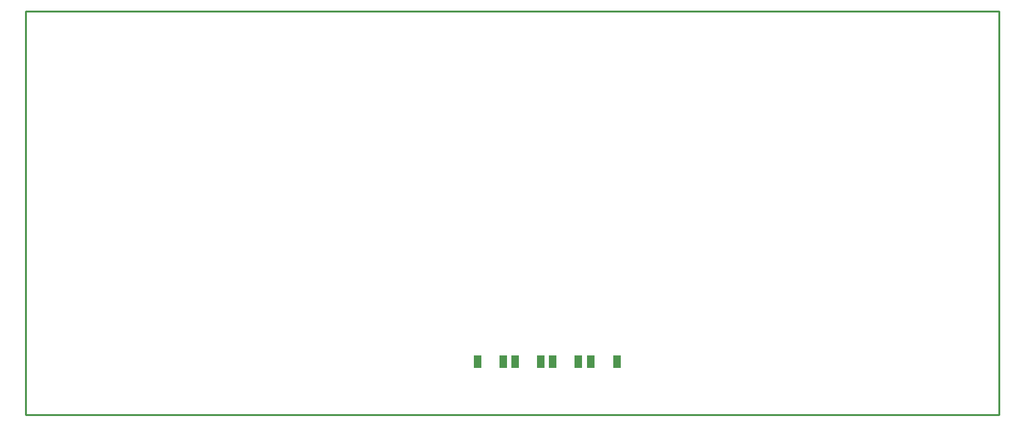
<source format=gbp>
G04*
G04 #@! TF.GenerationSoftware,Altium Limited,Altium Designer,20.1.7 (139)*
G04*
G04 Layer_Color=128*
%FSLAX44Y44*%
%MOMM*%
G71*
G04*
G04 #@! TF.SameCoordinates,B5950D26-3139-43EA-A648-6E47058778E0*
G04*
G04*
G04 #@! TF.FilePolarity,Positive*
G04*
G01*
G75*
%ADD13C,0.2540*%
%ADD17R,1.0000X1.7000*%
D13*
X254000Y869950D02*
Y1417320D01*
Y869950D02*
X1572260D01*
Y1417320D01*
X254000D02*
X1572260D01*
D17*
X866420Y942340D02*
D03*
X901420D02*
D03*
X917220D02*
D03*
X952220D02*
D03*
X1003020Y942340D02*
D03*
X968020D02*
D03*
X1020090Y942340D02*
D03*
X1055090D02*
D03*
M02*

</source>
